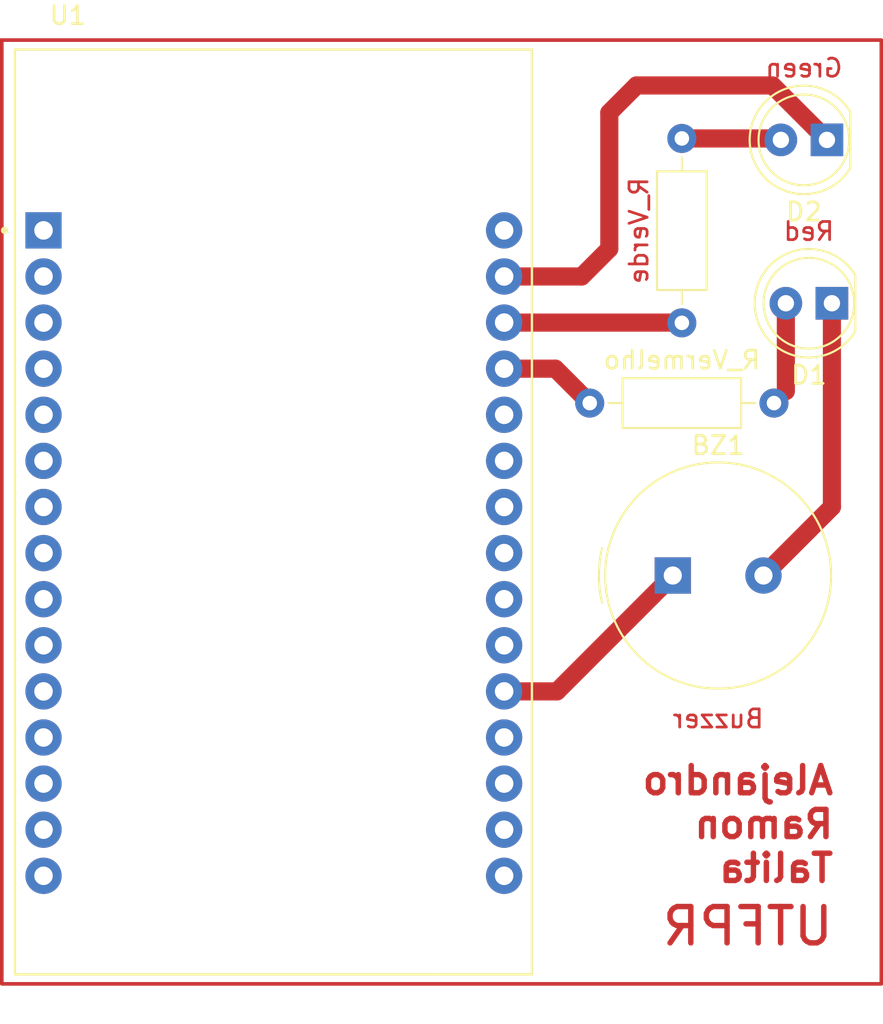
<source format=kicad_pcb>
(kicad_pcb (version 20240108) (generator "pcbnew") (generator_version "8.0")
  (layers (0 "F.Cu" signal) (31 "B.Cu" signal) (34 "B.Paste" user) (35 "F.Paste" user) (36 "B.SilkS" user "B.Silkscreen") (37 "F.SilkS" user "F.Silkscreen") (38 "B.Mask" user) (39 "F.Mask" user) (44 "Edge.Cuts" user))
  (net 0 "")
  (net 1 "GND")
  (net 2 "Net-(D1-A)")
  (net 3 "Net-(D2-A)")
  (net 12 "Net-(U1-D13)")
  (net 13 "Net-(U1-D12)")
  (net 14 "Net-(BZ1-+)")
  (footprint "ESP32-DEVKIT-V1:MODULE_ESP32_DEVKIT_V1" (layer "F.Cu") (at 87.5 68)
    (property "Reference" "U1" (at -11.355 -27.36 0) (layer "F.SilkS"))
    (property "Value" "ESP32-DEVKIT-V1")
    (fp_line (start -14.28 -25.475) (end -3.211 -25.475) (stroke (width 0.127)) (layer "F.SilkS"))
    (fp_line (start -14.28 -25.475) (end 14.23 -25.475) (stroke (width 0.127)) (layer "F.SilkS"))
    (fp_line (start -14.28 25.475) (end -14.28 -25.475) (stroke (width 0.127)) (layer "F.SilkS"))
    (fp_line (start -14.28 25.475) (end -14.28 -25.475) (stroke (width 0.127)) (layer "F.SilkS"))
    (fp_line (start -14.28 25.475) (end -8.91 25.475) (stroke (width 0.127)) (layer "F.SilkS"))
    (fp_line (start -8.91 25.475) (end 8.78 25.475) (stroke (width 0.127)) (layer "F.SilkS"))
    (fp_line (start -3.211 -25.475) (end 3.5 -25.475) (stroke (width 0.127)) (layer "F.SilkS"))
    (fp_line (start 3.5 -25.475) (end 14.23 -25.475) (stroke (width 0.127)) (layer "F.SilkS"))
    (fp_line (start 8.78 25.475) (end 14.23 25.475) (stroke (width 0.127)) (layer "F.SilkS"))
    (fp_line (start 14.23 -25.475) (end 14.23 25.475) (stroke (width 0.127)) (layer "F.SilkS"))
    (fp_line (start 14.23 -25.475) (end 14.23 25.475) (stroke (width 0.127)) (layer "F.SilkS"))
    (fp_line (start 14.23 25.475) (end -14.28 25.475) (stroke (width 0.127)) (layer "F.SilkS"))
    (fp_circle (center -14.85 -15.515) (end -14.75 -15.515) (stroke (width 0.2)) (fill none) (layer "F.SilkS"))
    (pad "" np_thru_hole circle (at -12.28 -23.475) (size 3 3) (drill 3) (layers "*.Cu" "*.Mask"))
    (pad "" np_thru_hole circle (at -12.28 23.475) (size 3 3) (drill 3) (layers "*.Cu" "*.Mask"))
    (pad "" np_thru_hole circle (at 12.23 -23.475) (size 3 3) (drill 3) (layers "*.Cu" "*.Mask"))
    (pad "" np_thru_hole circle (at 12.23 23.475) (size 3 3) (drill 3) (layers "*.Cu" "*.Mask"))
    (pad "1" thru_hole rect (at -12.7 -15.515) (size 2 2) (drill 1.02) (layers "*.Cu" "*.Mask"))
    (pad "2" thru_hole circle (at -12.7 -12.975) (size 2 2) (drill 1.02) (layers "*.Cu" "*.Mask") (net 1 "GND"))
    (pad "3" thru_hole circle (at -12.7 -10.435) (size 2 2) (drill 1.02) (layers "*.Cu" "*.Mask"))
    (pad "4" thru_hole circle (at -12.7 -7.895) (size 2 2) (drill 1.02) (layers "*.Cu" "*.Mask"))
    (pad "5" thru_hole circle (at -12.7 -5.355) (size 2 2) (drill 1.02) (layers "*.Cu" "*.Mask"))
    (pad "6" thru_hole circle (at -12.7 -2.815) (size 2 2) (drill 1.02) (layers "*.Cu" "*.Mask"))
    (pad "7" thru_hole circle (at -12.7 -0.275) (size 2 2) (drill 1.02) (layers "*.Cu" "*.Mask"))
    (pad "8" thru_hole circle (at -12.7 2.265) (size 2 2) (drill 1.02) (layers "*.Cu" "*.Mask"))
    (pad "9" thru_hole circle (at -12.7 4.805) (size 2 2) (drill 1.02) (layers "*.Cu" "*.Mask"))
    (pad "10" thru_hole circle (at -12.7 7.345) (size 2 2) (drill 1.02) (layers "*.Cu" "*.Mask"))
    (pad "11" thru_hole circle (at -12.7 9.885) (size 2 2) (drill 1.02) (layers "*.Cu" "*.Mask"))
    (pad "12" thru_hole circle (at -12.7 12.425) (size 2 2) (drill 1.02) (layers "*.Cu" "*.Mask"))
    (pad "13" thru_hole circle (at -12.7 14.965) (size 2 2) (drill 1.02) (layers "*.Cu" "*.Mask"))
    (pad "14" thru_hole circle (at -12.7 17.505) (size 2 2) (drill 1.02) (layers "*.Cu" "*.Mask"))
    (pad "15" thru_hole circle (at -12.7 20.045) (size 2 2) (drill 1.02) (layers "*.Cu" "*.Mask"))
    (pad "16" thru_hole circle (at 12.7 20.045) (size 2 2) (drill 1.02) (layers "*.Cu" "*.Mask"))
    (pad "17" thru_hole circle (at 12.7 17.505) (size 2 2) (drill 1.02) (layers "*.Cu" "*.Mask"))
    (pad "18" thru_hole circle (at 12.7 14.965) (size 2 2) (drill 1.02) (layers "*.Cu" "*.Mask"))
    (pad "19" thru_hole circle (at 12.7 12.425) (size 2 2) (drill 1.02) (layers "*.Cu" "*.Mask"))
    (pad "20" thru_hole circle (at 12.7 9.885) (size 2 2) (drill 1.02) (layers "*.Cu" "*.Mask") (net 14 "Net-(BZ1-+)"))
    (pad "21" thru_hole circle (at 12.7 7.345) (size 2 2) (drill 1.02) (layers "*.Cu" "*.Mask"))
    (pad "22" thru_hole circle (at 12.7 4.805) (size 2 2) (drill 1.02) (layers "*.Cu" "*.Mask"))
    (pad "23" thru_hole circle (at 12.7 2.265) (size 2 2) (drill 1.02) (layers "*.Cu" "*.Mask"))
    (pad "24" thru_hole circle (at 12.7 -0.275) (size 2 2) (drill 1.02) (layers "*.Cu" "*.Mask"))
    (pad "25" thru_hole circle (at 12.7 -2.815) (size 2 2) (drill 1.02) (layers "*.Cu" "*.Mask"))
    (pad "26" thru_hole circle (at 12.7 -5.355) (size 2 2) (drill 1.02) (layers "*.Cu" "*.Mask"))
    (pad "27" thru_hole circle (at 12.7 -7.895) (size 2 2) (drill 1.02) (layers "*.Cu" "*.Mask") (net 13 "Net-(U1-D12)"))
    (pad "28" thru_hole circle (at 12.7 -10.435) (size 2 2) (drill 1.02) (layers "*.Cu" "*.Mask") (net 12 "Net-(U1-D13)"))
    (pad "29" thru_hole circle (at 12.7 -12.975) (size 2 2) (drill 1.02) (layers "*.Cu" "*.Mask") (net 1 "GND"))
    (pad "30" thru_hole circle (at 12.7 -15.515) (size 2 2) (drill 1.02) (layers "*.Cu" "*.Mask"))
  )
  (footprint "Resistor_THT:R_Axial_DIN0207_L6.3mm_D2.5mm_P10.16mm_Horizontal" (layer "F.Cu") (at 110 57.58 90)
    (property "Reference" "R_Verde" (at 5.08 -2.37 90) (layer "F.Cu") (effects (justify mirror)))
    (property "Value" "R")
    (fp_line (start 8.35 -1.37) (end 1.81 -1.37) (stroke (width 0.12)) (layer "F.SilkS"))
    (fp_line (start 1.81 -1.37) (end 1.81 1.37) (stroke (width 0.12)) (layer "F.SilkS"))
    (fp_line (start 9.12 0) (end 8.35 0) (stroke (width 0.12)) (layer "F.SilkS"))
    (fp_line (start 1.04 0) (end 1.81 0) (stroke (width 0.12)) (layer "F.SilkS"))
    (fp_line (start 8.35 1.37) (end 8.35 -1.37) (stroke (width 0.12)) (layer "F.SilkS"))
    (fp_line (start 1.81 1.37) (end 8.35 1.37) (stroke (width 0.12)) (layer "F.SilkS"))
    (pad "1" thru_hole circle (at 0 0 90) (size 1.6 1.6) (drill 0.8) (layers "*.Cu" "*.Mask") (net 12 "Net-(U1-D13)"))
    (pad "2" thru_hole oval (at 10.16 0 90) (size 1.6 1.6) (drill 0.8) (layers "*.Cu" "*.Mask") (net 3 "Net-(D2-A)"))
  )
  (footprint "Buzzer_Beeper:Buzzer_TDK_PS1240P02BT_D12.2mm_H6.5mm" (layer "F.Cu") (at 109.5 71.5)
    (property "Reference" "BZ1" (at 2.5 -7.17 0) (layer "F.SilkS"))
    (property "Value" "Buzzer" (at 2.5 7.31 0) (layer "F.Cu") (effects (justify top mirror)))
    (fp_arc (start -3.9 1.499999) (mid -4.073431 0) (end -3.9 -1.5) (stroke (width 0.12)) (layer "F.SilkS"))
    (fp_circle (center 2.5 0) (end 8.73 0) (stroke (width 0.12)) (fill none) (layer "F.SilkS"))
    (pad "1" thru_hole rect (at 0 0) (size 2 2) (drill 1) (layers "*.Cu" "*.Mask") (net 14 "Net-(BZ1-+)"))
    (pad "2" thru_hole circle (at 5 0) (size 2 2) (drill 1) (layers "*.Cu" "*.Mask") (net 1 "GND"))
  )
  (footprint "Resistor_THT:R_Axial_DIN0207_L6.3mm_D2.5mm_P10.16mm_Horizontal" (layer "F.Cu") (at 104.92 62)
    (property "Reference" "R_Vermelho" (at 5.08 -2.37 0) (layer "F.SilkS") (effects (justify mirror)))
    (property "Value" "R")
    (fp_line (start 1.04 0) (end 1.81 0) (stroke (width 0.12)) (layer "F.SilkS"))
    (fp_line (start 1.81 -1.37) (end 1.81 1.37) (stroke (width 0.12)) (layer "F.SilkS"))
    (fp_line (start 1.81 1.37) (end 8.35 1.37) (stroke (width 0.12)) (layer "F.SilkS"))
    (fp_line (start 8.35 -1.37) (end 1.81 -1.37) (stroke (width 0.12)) (layer "F.SilkS"))
    (fp_line (start 8.35 1.37) (end 8.35 -1.37) (stroke (width 0.12)) (layer "F.SilkS"))
    (fp_line (start 9.12 0) (end 8.35 0) (stroke (width 0.12)) (layer "F.SilkS"))
    (pad "1" thru_hole circle (at 0 0) (size 1.6 1.6) (drill 0.8) (layers "*.Cu" "*.Mask") (net 13 "Net-(U1-D12)"))
    (pad "2" thru_hole oval (at 10.16 0) (size 1.6 1.6) (drill 0.8) (layers "*.Cu" "*.Mask") (net 2 "Net-(D1-A)"))
  )
  (footprint "LED_THT:LED_D5.0mm" (layer "F.Cu") (at 118 47.5 180)
    (property "Reference" "D2" (at 1.27 -3.96 0) (layer "F.SilkS"))
    (property "Value" "Green" (at 1.27 3.96 0) (layer "F.Cu") (effects (justify mirror)))
    (fp_line (start -1.29 -1.545) (end -1.29 1.545) (stroke (width 0.12)) (layer "F.SilkS"))
    (fp_arc (start 4.26 -0.000462) (mid 2.072002 2.880433) (end -1.29 1.54483) (stroke (width 0.12)) (layer "F.SilkS"))
    (fp_arc (start -1.29 -1.54483) (mid 2.072002 -2.880433) (end 4.26 0.000462) (stroke (width 0.12)) (layer "F.SilkS"))
    (fp_circle (center 1.27 0) (end 3.77 0) (stroke (width 0.12)) (fill none) (layer "F.SilkS"))
    (pad "1" thru_hole rect (at 0 0 180) (size 1.8 1.8) (drill 0.9) (layers "*.Cu" "*.Mask") (net 1 "GND"))
    (pad "2" thru_hole circle (at 2.54 0 180) (size 1.8 1.8) (drill 0.9) (layers "*.Cu" "*.Mask") (net 3 "Net-(D2-A)"))
  )
  (footprint "LED_THT:LED_D5.0mm" (layer "F.Cu") (at 118.275 56.5 180)
    (property "Reference" "D1" (at 1.27 -3.96 0) (layer "F.SilkS"))
    (property "Value" "Red" (at 1.27 3.96 0) (layer "F.Cu") (effects (justify mirror)))
    (fp_line (start -1.29 -1.545) (end -1.29 1.545) (stroke (width 0.12)) (layer "F.SilkS"))
    (fp_arc (start 4.26 -0.000462) (mid 2.072002 2.880433) (end -1.29 1.54483) (stroke (width 0.12)) (layer "F.SilkS"))
    (fp_arc (start -1.29 -1.54483) (mid 2.072002 -2.880433) (end 4.26 0.000462) (stroke (width 0.12)) (layer "F.SilkS"))
    (fp_circle (center 1.27 0) (end 3.77 0) (stroke (width 0.12)) (fill none) (layer "F.SilkS"))
    (pad "1" thru_hole rect (at 0 0 180) (size 1.8 1.8) (drill 0.9) (layers "*.Cu" "*.Mask") (net 1 "GND"))
    (pad "2" thru_hole circle (at 2.54 0 180) (size 1.8 1.8) (drill 0.9) (layers "*.Cu" "*.Mask") (net 2 "Net-(D1-A)"))
  )
  (gr_rect (start 72.5 42) (end 121 94) (stroke (width 0.2)) (fill none) (layer "F.Cu") (net 1))
  (gr_text "UTFPR" (at 118.5 92 0) (layer "F.Cu") (effects (font (size 2 2) (thickness 0.3) (bold yes)) (justify left bottom mirror)))
  (gr_text "Alejandro\nRamon\nTalita" (at 118.5 88.5 0) (layer "F.Cu") (effects (font (size 1.5 1.5) (thickness 0.3) (bold yes)) (justify left bottom mirror)))
  (segment (start 104.475 55.025) (end 106 53.5) (width 1) (layer "F.Cu") (net 1))
  (segment (start 106 46) (end 107.5 44.5) (width 1) (layer "F.Cu") (net 1))
  (segment (start 107.5 44.5) (end 115 44.5) (width 1) (layer "F.Cu") (net 1))
  (segment (start 118.275 56.5) (end 118.275 67.725) (width 1) (layer "F.Cu") (net 1))
  (segment (start 118.275 67.725) (end 114.5 71.5) (width 1) (layer "F.Cu") (net 1))
  (segment (start 106 53.5) (end 106 46) (width 1) (layer "F.Cu") (net 1))
  (segment (start 115 44.5) (end 118 47.5) (width 1) (layer "F.Cu") (net 1))
  (segment (start 100.2 55.025) (end 104.475 55.025) (width 1) (layer "F.Cu") (net 1))
  (segment (start 115.735 61.345) (end 115.08 62) (width 0.2) (layer "F.Cu") (net 2))
  (segment (start 115.735 56.5) (end 115.735 61.345) (width 1) (layer "F.Cu") (net 2))
  (segment (start 115.38 47.42) (end 115.46 47.5) (width 0.2) (layer "F.Cu") (net 3))
  (segment (start 110 47.42) (end 115.38 47.42) (width 1) (layer "F.Cu") (net 3))
  (segment (start 109.985 57.565) (end 110 57.58) (width 0.2) (layer "F.Cu") (net 12))
  (segment (start 100.2 57.565) (end 109.985 57.565) (width 1) (layer "F.Cu") (net 12))
  (segment (start 103.025 60.105) (end 104.92 62) (width 1) (layer "F.Cu") (net 13))
  (segment (start 100.2 60.105) (end 103.025 60.105) (width 1) (layer "F.Cu") (net 13))
  (segment (start 103.115 77.885) (end 109.5 71.5) (width 1) (layer "F.Cu") (net 14))
  (segment (start 100.2 77.885) (end 103.115 77.885) (width 1) (layer "F.Cu") (net 14))
)
</source>
